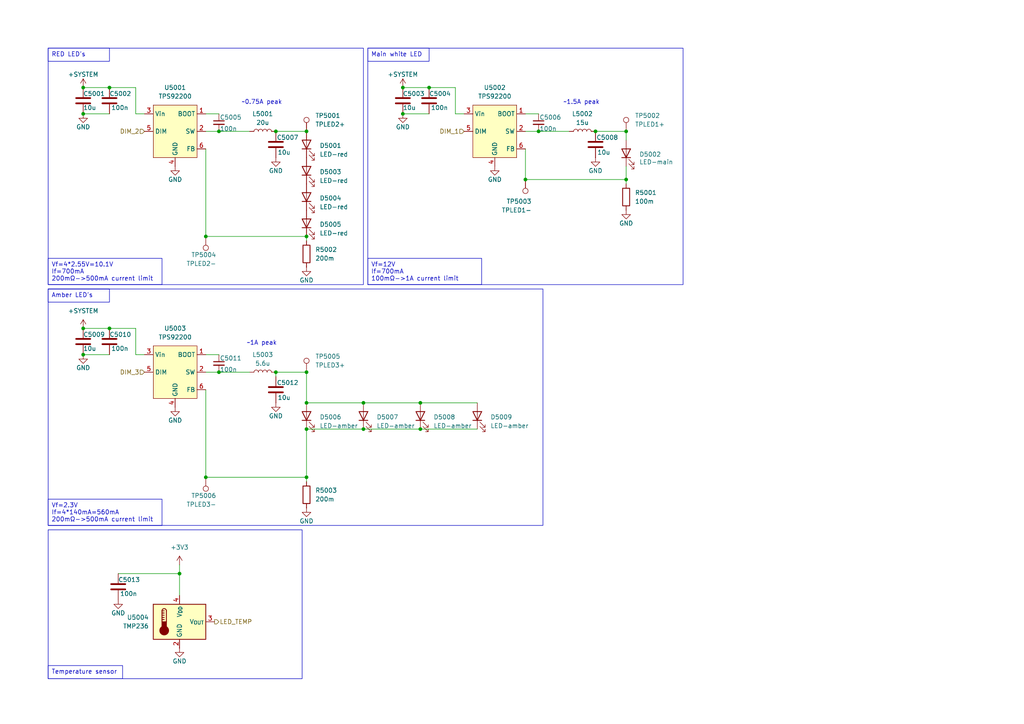
<source format=kicad_sch>
(kicad_sch (version 20231120) (generator "eeschema") (generator_version "8.0")
  (paper "A4")
  (title_block (title "LED's and drivers") (date "2024-03-06") (rev "A02") (company "Chalmers EENX16-VT24-27"))
  (lib_symbols
    (symbol "Connector:TestPoint" (pin_numbers hide) (pin_names (offset 0.762) hide)
      (property "Reference" "TP" (at 0 6.858 0))
      (property "Value" "TestPoint" (at 0 5.08 0))
      (symbol "TestPoint_0_1"
        (circle (center 0 3.302) (radius 0.762))
      )
      (symbol "TestPoint_1_1"
        (pin passive line (at 0 0 90) (length 2.54) (name "1") (number "1"))
      )
    )
    (symbol "Device:C" (pin_numbers hide) (pin_names (offset 0.254))
      (property "Reference" "C" (at 0.635 2.54 0))
      (property "Value" "C" (at 0.635 -2.54 0))
      (symbol "C_0_1"
        (polyline (pts (xy -2.032 -0.762) (xy 2.032 -0.762)) (stroke (width 0.508)))
        (polyline (pts (xy -2.032 0.762) (xy 2.032 0.762)) (stroke (width 0.508)))
      )
      (symbol "C_1_1"
        (pin passive line (at 0 3.81 270) (length 2.794) (name "~") (number "1"))
        (pin passive line (at 0 -3.81 90) (length 2.794) (name "~") (number "2"))
      )
    )
    (symbol "Device:C_Small" (pin_numbers hide) (pin_names (offset 0.254) hide)
      (property "Reference" "C" (at 0.254 1.778 0))
      (property "Value" "C_Small" (at 0.254 -2.032 0))
      (symbol "C_Small_0_1"
        (polyline (pts (xy -1.524 -0.508) (xy 1.524 -0.508)) (stroke (width 0.3302)))
        (polyline (pts (xy -1.524 0.508) (xy 1.524 0.508)) (stroke (width 0.3048)))
      )
      (symbol "C_Small_1_1"
        (pin passive line (at 0 2.54 270) (length 2.032) (name "~") (number "1"))
        (pin passive line (at 0 -2.54 90) (length 2.032) (name "~") (number "2"))
      )
    )
    (symbol "Device:L" (pin_numbers hide) (pin_names (offset 1.016) hide)
      (property "Reference" "L" (at -1.27 0 90))
      (property "Value" "L" (at 1.905 0 90))
      (symbol "L_0_1"
        (arc (start 0 -2.54) (mid 0.6323 -1.905) (end 0 -1.27))
        (arc (start 0 -1.27) (mid 0.6323 -0.635) (end 0 0))
        (arc (start 0 0) (mid 0.6323 0.635) (end 0 1.27))
        (arc (start 0 1.27) (mid 0.6323 1.905) (end 0 2.54))
      )
      (symbol "L_1_1"
        (pin passive line (at 0 3.81 270) (length 1.27) (name "1") (number "1"))
        (pin passive line (at 0 -3.81 90) (length 1.27) (name "2") (number "2"))
      )
    )
    (symbol "Device:LED" (pin_numbers hide) (pin_names (offset 1.016) hide)
      (property "Reference" "D" (at 0 2.54 0))
      (property "Value" "LED" (at 0 -2.54 0))
      (symbol "LED_0_1"
        (polyline (pts (xy -1.27 -1.27) (xy -1.27 1.27)) (stroke (width 0.254)))
        (polyline (pts (xy -1.27 0) (xy 1.27 0)))
        (polyline (pts (xy 1.27 -1.27) (xy 1.27 1.27) (xy -1.27 0) (xy 1.27 -1.27)) (stroke (width 0.254)))
        (polyline (pts (xy -3.048 -0.762) (xy -4.572 -2.286) (xy -3.81 -2.286) (xy -4.572 -2.286) (xy -4.572 -1.524)))
        (polyline (pts (xy -1.778 -0.762) (xy -3.302 -2.286) (xy -2.54 -2.286) (xy -3.302 -2.286) (xy -3.302 -1.524)))
      )
      (symbol "LED_1_1"
        (pin passive line (at -3.81 0 0) (length 2.54) (name "K") (number "1"))
        (pin passive line (at 3.81 0 180) (length 2.54) (name "A") (number "2"))
      )
    )
    (symbol "Device:R" (pin_numbers hide) (pin_names (offset 0))
      (property "Reference" "R" (at 2.032 0 90))
      (property "Value" "R" (at 0 0 90))
      (symbol "R_0_1"
        (rectangle (start -1.016 -2.54) (end 1.016 2.54) (stroke (width 0.254)))
      )
      (symbol "R_1_1"
        (pin passive line (at 0 3.81 270) (length 1.27) (name "~") (number "1"))
        (pin passive line (at 0 -3.81 90) (length 1.27) (name "~") (number "2"))
      )
    )
    (symbol "Sensor_Temperature:TMP20AIDCK"
      (property "Reference" "U" (at -6.35 6.35 0))
      (property "Value" "TMP20AIDCK" (at 1.27 6.35 0))
      (symbol "TMP20AIDCK_0_1"
        (rectangle (start -7.62 5.08) (end 7.62 -5.08) (stroke (width 0.254)) (fill (type background)))
        (circle (center -4.445 -2.54) (radius 1.27) (stroke (width 0.254)) (fill (type outline)))
        (rectangle (start -3.81 -1.905) (end -5.08 0) (stroke (width 0.254)) (fill (type outline)))
        (arc (start -3.81 3.175) (mid -4.445 3.8073) (end -5.08 3.175) (stroke (width 0.254)))
        (polyline (pts (xy -5.08 0.635) (xy -4.445 0.635)) (stroke (width 0.254)))
        (polyline (pts (xy -5.08 1.27) (xy -4.445 1.27)) (stroke (width 0.254)))
        (polyline (pts (xy -5.08 1.905) (xy -4.445 1.905)) (stroke (width 0.254)))
        (polyline (pts (xy -5.08 2.54) (xy -4.445 2.54)) (stroke (width 0.254)))
        (polyline (pts (xy -5.08 3.175) (xy -5.08 0)) (stroke (width 0.254)))
        (polyline (pts (xy -5.08 3.175) (xy -4.445 3.175)) (stroke (width 0.254)))
        (polyline (pts (xy -3.81 3.175) (xy -3.81 0)) (stroke (width 0.254)))
      )
      (symbol "TMP20AIDCK_1_1"
        (pin no_connect line (at 10.16 -2.54 180) (length 2.54) hide (name "NC") (number "1"))
        (pin power_in line (at 0 -7.62 90) (length 2.54) (name "GND") (number "2"))
        (pin output line (at 10.16 0 180) (length 2.54) (name "V_{OUT}") (number "3"))
        (pin power_in line (at 0 7.62 270) (length 2.54) (name "V_{DD}") (number "4"))
        (pin passive line (at 0 -7.62 90) (length 2.54) hide (name "GND") (number "5"))
      )
    )
    (symbol "power:+3V3" (power) (pin_names (offset 0))
      (property "Value" "+3V3" (at 0 3.556 0))
      (symbol "+3V3_0_1"
        (polyline (pts (xy -0.762 1.27) (xy 0 2.54)))
        (polyline (pts (xy 0 0) (xy 0 2.54)))
        (polyline (pts (xy 0 2.54) (xy 0.762 1.27)))
      )
      (symbol "+3V3_1_1"
        (pin power_in line (at 0 0 90) (length 0) hide (name "+3V3") (number "1"))
      )
    )
    (symbol "power:+BATT" (power) (pin_numbers hide) (pin_names (offset 0) hide)
      (property "Value" "+BATT" (at 0 3.556 0))
      (symbol "+BATT_0_1"
        (polyline (pts (xy -0.762 1.27) (xy 0 2.54)))
        (polyline (pts (xy 0 0) (xy 0 2.54)))
        (polyline (pts (xy 0 2.54) (xy 0.762 1.27)))
      )
      (symbol "+BATT_1_1"
        (pin power_in line (at 0 0 90) (length 0) (name "~") (number "1"))
      )
    )
    (symbol "power:GND" (power) (pin_numbers hide) (pin_names (offset 0) hide)
      (property "Value" "GND" (at 0 -3.81 0))
      (symbol "GND_0_1"
        (polyline (pts (xy 0 0) (xy 0 -1.27) (xy 1.27 -1.27) (xy 0 -2.54) (xy -1.27 -1.27) (xy 0 -1.27)))
      )
      (symbol "GND_1_1"
        (pin power_in line (at 0 0 270) (length 0) (name "~") (number "1"))
      )
    )
    (symbol "symbols:TPS92200"
      (property "Reference" "U" (at -2.54 10.668 0))
      (property "Value" "TPS92200" (at 1.524 8.636 0))
      (symbol "TPS92200_0_0"
        (pin unspecified line (at 8.89 5.08 180) (length 2.54) (name "BOOT") (number "1"))
        (pin unspecified line (at 8.89 0 180) (length 2.54) (name "SW") (number "2"))
        (pin unspecified line (at -8.89 5.08 0) (length 2.54) (name "Vin") (number "3"))
        (pin unspecified line (at 0 -10.16 90) (length 2.54) (name "GND") (number "4"))
        (pin unspecified line (at -8.89 0 0) (length 2.54) (name "DIM") (number "5"))
        (pin unspecified line (at 8.89 -5.08 180) (length 2.54) (name "FB") (number "6"))
      )
      (symbol "TPS92200_0_1"
        (rectangle (start -6.35 7.62) (end 6.35 -7.62) (fill (type background)))
      )
    )
  )
  (junction (at 88.9 68.58))
  (junction (at 88.9 138.43))
  (junction (at 181.61 38.1))
  (junction (at 172.72 38.1))
  (junction (at 31.75 25.4))
  (junction (at 31.75 95.25))
  (junction (at 181.61 52.07))
  (junction (at 80.01 107.95))
  (junction (at 59.69 68.58))
  (junction (at 156.21 38.1))
  (junction (at 88.9 124.46))
  (junction (at 105.41 116.84))
  (junction (at 88.9 116.84))
  (junction (at 124.46 25.4))
  (junction (at 116.84 33.02))
  (junction (at 80.01 38.1))
  (junction (at 24.13 95.25))
  (junction (at 24.13 25.4))
  (junction (at 121.92 116.84))
  (junction (at 52.07 166.37))
  (junction (at 105.41 124.46))
  (junction (at 116.84 25.4))
  (junction (at 59.69 138.43))
  (junction (at 63.5 107.95))
  (junction (at 24.13 33.02))
  (junction (at 88.9 38.1))
  (junction (at 63.5 38.1))
  (junction (at 88.9 107.95))
  (junction (at 121.92 124.46))
  (junction (at 152.4 52.07))
  (junction (at 24.13 102.87))
  (wire (pts (xy 59.69 102.87) (xy 63.5 102.87)))
  (wire (pts (xy 24.13 95.25) (xy 31.75 95.25)))
  (wire (pts (xy 39.37 25.4) (xy 39.37 33.02)))
  (wire (pts (xy 181.61 48.26) (xy 181.61 52.07)))
  (wire (pts (xy 39.37 33.02) (xy 41.91 33.02)))
  (wire (pts (xy 63.5 38.1) (xy 72.39 38.1)))
  (wire (pts (xy 59.69 138.43) (xy 59.69 113.03)))
  (wire (pts (xy 152.4 38.1) (xy 156.21 38.1)))
  (wire (pts (xy 88.9 68.58) (xy 88.9 69.85)))
  (wire (pts (xy 88.9 138.43) (xy 88.9 139.7)))
  (wire (pts (xy 52.07 166.37) (xy 52.07 172.72)))
  (wire (pts (xy 39.37 95.25) (xy 39.37 102.87)))
  (wire (pts (xy 116.84 33.02) (xy 124.46 33.02)))
  (wire (pts (xy 59.69 68.58) (xy 59.69 43.18)))
  (wire (pts (xy 88.9 138.43) (xy 59.69 138.43)))
  (wire (pts (xy 172.72 38.1) (xy 181.61 38.1)))
  (wire (pts (xy 59.69 33.02) (xy 63.5 33.02)))
  (wire (pts (xy 39.37 102.87) (xy 41.91 102.87)))
  (wire (pts (xy 63.5 107.95) (xy 72.39 107.95)))
  (wire (pts (xy 24.13 33.02) (xy 31.75 33.02)))
  (wire (pts (xy 152.4 52.07) (xy 152.4 43.18)))
  (wire (pts (xy 52.07 163.83) (xy 52.07 166.37)))
  (wire (pts (xy 24.13 25.4) (xy 31.75 25.4)))
  (wire (pts (xy 132.08 25.4) (xy 132.08 33.02)))
  (wire (pts (xy 88.9 107.95) (xy 88.9 116.84)))
  (wire (pts (xy 124.46 25.4) (xy 132.08 25.4)))
  (wire (pts (xy 88.9 68.58) (xy 59.69 68.58)))
  (wire (pts (xy 24.13 102.87) (xy 31.75 102.87)))
  (wire (pts (xy 88.9 124.46) (xy 105.41 124.46)))
  (wire (pts (xy 116.84 25.4) (xy 124.46 25.4)))
  (wire (pts (xy 121.92 116.84) (xy 138.43 116.84)))
  (wire (pts (xy 80.01 38.1) (xy 88.9 38.1)))
  (wire (pts (xy 59.69 107.95) (xy 63.5 107.95)))
  (wire (pts (xy 105.41 124.46) (xy 121.92 124.46)))
  (wire (pts (xy 52.07 166.37) (xy 34.29 166.37)))
  (wire (pts (xy 181.61 40.64) (xy 181.61 38.1)))
  (wire (pts (xy 181.61 52.07) (xy 181.61 53.34)))
  (wire (pts (xy 88.9 138.43) (xy 88.9 124.46)))
  (wire (pts (xy 31.75 25.4) (xy 39.37 25.4)))
  (wire (pts (xy 31.75 95.25) (xy 39.37 95.25)))
  (wire (pts (xy 59.69 38.1) (xy 63.5 38.1)))
  (wire (pts (xy 181.61 52.07) (xy 152.4 52.07)))
  (wire (pts (xy 105.41 116.84) (xy 121.92 116.84)))
  (wire (pts (xy 80.01 107.95) (xy 88.9 107.95)))
  (wire (pts (xy 121.92 124.46) (xy 138.43 124.46)))
  (wire (pts (xy 80.01 109.22) (xy 80.01 107.95)))
  (wire (pts (xy 132.08 33.02) (xy 134.62 33.02)))
  (wire (pts (xy 152.4 33.02) (xy 156.21 33.02)))
  (wire (pts (xy 88.9 116.84) (xy 105.41 116.84)))
  (wire (pts (xy 156.21 38.1) (xy 165.1 38.1)))
  (rectangle (start 13.97 153.67) (end 87.63 196.85))
  (rectangle (start 13.97 83.82) (end 157.48 152.4))
  (rectangle (start 13.97 13.97) (end 105.41 82.55))
  (rectangle (start 106.68 13.97) (end 198.12 82.55))
  (text_box "Amber LED's" (at 13.97 83.82 0) (size 17.78 3.81) (effects (font (size 1.27 1.27)) (justify left top)))
  (text_box "RED LED's" (at 13.97 13.97 0) (size 17.78 3.81) (effects (font (size 1.27 1.27)) (justify left top)))
  (text_box "Main white LED" (at 106.68 13.97 0) (size 17.78 3.81) (effects (font (size 1.27 1.27)) (justify left top)))
  (text_box "Vf=4*2.55V=10.1V\nIf=700mA\n200mΩ->500mA current limit" (at 13.97 74.93 0) (size 33.02 7.62) (effects (font (size 1.27 1.27)) (justify left top)))
  (text_box "Vf=2.3V\nIf=4*140mA=560mA\n200mΩ->500mA current limit" (at 13.97 144.78 0) (size 33.02 7.62) (effects (font (size 1.27 1.27)) (justify left top)))
  (text_box "Temperature sensor" (at 13.97 193.04 0) (size 21.59 3.81) (effects (font (size 1.27 1.27)) (justify left top)))
  (text_box "Vf=12V\nIf=700mA\n100mΩ->1A current limit" (at 106.68 74.93 0) (size 33.02 7.62) (effects (font (size 1.27 1.27)) (justify left top)))
  (text "~0.75A peak\n" (at 75.946 29.718 0) (effects (font (size 1.27 1.27))))
  (text "~1.5A peak\n" (at 168.656 29.718 0) (effects (font (size 1.27 1.27))))
  (text "~1A peak\n" (at 75.946 99.568 0) (effects (font (size 1.27 1.27))))
  (hierarchical_label "DIM_1" (shape input) (at 134.62 38.1 180))
  (hierarchical_label "DIM_2" (shape input) (at 41.91 38.1 180))
  (hierarchical_label "LED_TEMP" (shape output) (at 62.23 180.34 0))
  (hierarchical_label "DIM_3" (shape input) (at 41.91 107.95 180))
  (symbol (lib_id "power:GND") (at 181.61 60.96 0) (unit 1)
    (property "Reference" "#PWR05009" (effects (hide yes)))
    (property "Value" "GND" (at 181.61 64.77 0))
    (property "Description" "Power symbol creates a global label with name \"GND\" , ground" (effects (hide yes)))
    (property "Footprint checked" "X" (effects (hide yes)))
  )
  (symbol (lib_id "power:GND") (at 88.9 147.32 0) (unit 1)
    (property "Reference" "#PWR05015" (effects (hide yes)))
    (property "Value" "GND" (at 88.9 151.13 0))
    (property "Description" "Power symbol creates a global label with name \"GND\" , ground" (effects (hide yes)))
    (property "Footprint checked" "X" (effects (hide yes)))
  )
  (symbol (lib_id "power:+BATT") (at 24.13 25.4 0) (unit 1)
    (property "Reference" "#PWR05001" (effects (hide yes)))
    (property "Value" "+SYSTEM" (at 24.13 21.59 0))
    (property "Description" "Power symbol creates a global label with name \"+BATT\"" (effects (hide yes)))
    (property "Footprint checked" "X" (effects (hide yes)))
  )
  (symbol (lib_id "power:GND") (at 34.29 173.99 0) (unit 1)
    (property "Reference" "#PWR05017" (effects (hide yes)))
    (property "Value" "GND" (at 34.29 177.8 0))
    (property "Description" "Power symbol creates a global label with name \"GND\" , ground" (effects (hide yes)))
    (property "Footprint checked" "X" (effects (hide yes)))
  )
  (symbol (lib_id "Device:C") (at 31.75 99.06 0) (unit 1)
    (property "Reference" "C5010" (at 31.75 97.028 0) (effects (justify left)))
    (property "Value" "100n" (at 32.258 101.092 0) (effects (justify left)))
    (property "Footprint" "Capacitor_SMD:C_0402_1005Metric" (effects (hide yes)))
    (property "Datasheet" "https://www.mouser.se/datasheet/2/281/1/GCM155R71H104KE02_01A-3142168.pdf" (effects (hide yes)))
    (property "Description" "Unpolarized capacitor" (effects (hide yes)))
    (property "REASON" " GCM155R71H104KE02D is out of stock at RS" (effects (hide yes)))
    (property "mouser" "81-GCM155R71H104KE2D" (effects (hide yes)))
    (property "Footprint checked" "YES" (effects (hide yes)))
  )
  (symbol (lib_id "power:GND") (at 24.13 102.87 0) (unit 1)
    (property "Reference" "#PWR05012" (effects (hide yes)))
    (property "Value" "GND" (at 24.13 106.68 0))
    (property "Description" "Power symbol creates a global label with name \"GND\" , ground" (effects (hide yes)))
    (property "Footprint checked" "X" (effects (hide yes)))
  )
  (symbol (lib_id "Device:LED") (at 88.9 64.77 90) (unit 1)
    (property "Reference" "D5005" (at 92.71 65.0874 90) (effects (justify right)))
    (property "Value" "LED-red" (at 92.71 67.6274 90) (effects (justify right)))
    (property "Footprint" "footprints:KR DMLQ32. 23" (effects (hide yes)))
    (property "Datasheet" "https://look.ams-osram.com/m/ab05ea6e3316715/original/KR-DMLQ32-23-specified-700mA.pdf" (effects (hide yes)))
    (property "Description" "Light emitting diode" (effects (hide yes)))
    (property "MPN" "https://www.mouser.se/ProductDetail/ams-OSRAM/KR-DMLQ32.23-6K6M-26-M3W3?qs=17ckDYBRdel7QO45NNgPaw%3D%3D" (effects (hide yes)))
    (property "Footprint checked" "CHECKPOLARITY" (effects (hide yes)))
    (property "mouser" "720-KRDMLQ32236K6M26" (effects (hide yes)))
  )
  (symbol (lib_id "Device:C") (at 34.29 170.18 0) (unit 1)
    (property "Reference" "C5013" (at 34.29 168.148 0) (effects (justify left)))
    (property "Value" "100n" (at 34.798 172.212 0) (effects (justify left)))
    (property "Footprint" "Capacitor_SMD:C_0402_1005Metric" (effects (hide yes)))
    (property "Datasheet" "https://www.mouser.se/datasheet/2/281/1/GCM155R71H104KE02_01A-3142168.pdf" (effects (hide yes)))
    (property "Description" "Unpolarized capacitor" (effects (hide yes)))
    (property "REASON" " GCM155R71H104KE02D is out of stock at RS" (effects (hide yes)))
    (property "mouser" "81-GCM155R71H104KE2D" (effects (hide yes)))
    (property "Footprint checked" "YES" (effects (hide yes)))
  )
  (symbol (lib_id "Device:LED") (at 105.41 120.65 90) (unit 1)
    (property "Reference" "D5007" (at 109.22 120.9674 90) (effects (justify right)))
    (property "Value" "LED-amber" (at 109.22 123.5074 90) (effects (justify right)))
    (property "Footprint" "LED_SMD:LED_PLCC_2835" (effects (hide yes)))
    (property "Datasheet" "https://www.mouser.se/datasheet/2/723/JSeries_2835_Color-3359504.pdf" (effects (hide yes)))
    (property "Description" "Light emitting diode" (effects (hide yes)))
    (property "MPN" " JE2835AAM-N-0001A0000-N0000001" (effects (hide yes)))
    (property "Footprint checked" "YES" (effects (hide yes)))
    (property "mouser" "941-JE2835AAMN01AN" (effects (hide yes)))
  )
  (symbol (lib_id "power:GND") (at 80.01 116.84 0) (unit 1)
    (property "Reference" "#PWR05013" (effects (hide yes)))
    (property "Value" "GND" (at 80.01 120.65 0))
    (property "Description" "Power symbol creates a global label with name \"GND\" , ground" (effects (hide yes)))
    (property "Footprint checked" "X" (effects (hide yes)))
  )
  (symbol (lib_id "Device:L") (at 76.2 107.95 90) (unit 1)
    (property "Reference" "L5003" (at 76.2 102.87 90))
    (property "Value" "5.6u" (at 76.2 105.41 90))
    (property "Footprint" "Inductor_SMD:L_Changjiang_FNR5045S" (effects (hide yes)))
    (property "Datasheet" "https://product.tdk.com/system/files/dam/doc/product/inductor/inductor/smd/catalog/inductor_commercial_power_vls5045ex_en.pdf" (effects (hide yes)))
    (property "Description" "Inductor" (effects (hide yes)))
    (property "mouser" "810-VLS5045EX-101M" (effects (hide yes)))
    (property "Footprint checked" "YES" (effects (hide yes)))
  )
  (symbol (lib_id "power:GND") (at 50.8 48.26 0) (unit 1)
    (property "Reference" "#PWR05007" (effects (hide yes)))
    (property "Value" "GND" (at 50.8 52.07 0))
    (property "Description" "Power symbol creates a global label with name \"GND\" , ground" (effects (hide yes)))
    (property "Footprint checked" "X" (effects (hide yes)))
  )
  (symbol (lib_id "Device:R") (at 88.9 73.66 0) (unit 1)
    (property "Reference" "R5002" (at 91.44 72.3899 0) (effects (justify left)))
    (property "Value" "200m" (at 91.44 74.9299 0) (effects (justify left)))
    (property "Footprint" "Resistor_SMD:R_1206_3216Metric" (effects (hide yes)))
    (property "Datasheet" "https://www.vishay.com/doc?20019" (effects (hide yes)))
    (property "Description" "Resistor" (effects (hide yes)))
    (property "mouser" "71-RCWE1206R200FKEA" (effects (hide yes)))
    (property "Footprint checked" "YES" (effects (hide yes)))
  )
  (symbol (lib_id "Device:LED") (at 121.92 120.65 90) (unit 1)
    (property "Reference" "D5008" (at 125.73 120.9674 90) (effects (justify right)))
    (property "Value" "LED-amber" (at 125.73 123.5074 90) (effects (justify right)))
    (property "Footprint" "LED_SMD:LED_PLCC_2835" (effects (hide yes)))
    (property "Datasheet" "https://www.mouser.se/datasheet/2/723/JSeries_2835_Color-3359504.pdf" (effects (hide yes)))
    (property "Description" "Light emitting diode" (effects (hide yes)))
    (property "MPN" " JE2835AAM-N-0001A0000-N0000001" (effects (hide yes)))
    (property "Footprint checked" "YES" (effects (hide yes)))
    (property "mouser" "941-JE2835AAMN01AN" (effects (hide yes)))
  )
  (symbol (lib_id "Device:LED") (at 88.9 41.91 90) (unit 1)
    (property "Reference" "D5001" (at 92.71 42.2274 90) (effects (justify right)))
    (property "Value" "LED-red" (at 92.71 44.7674 90) (effects (justify right)))
    (property "Footprint" "footprints:KR DMLQ32. 23" (effects (hide yes)))
    (property "Datasheet" "https://look.ams-osram.com/m/ab05ea6e3316715/original/KR-DMLQ32-23-specified-700mA.pdf" (effects (hide yes)))
    (property "Description" "Light emitting diode" (effects (hide yes)))
    (property "MPN" "KR DMLQ32.23-6K6M-26-M3W3" (effects (hide yes)))
    (property "Footprint checked" "CHECKPOLARITY" (effects (hide yes)))
    (property "mouser" "720-KRDMLQ32236K6M26" (effects (hide yes)))
  )
  (symbol (lib_id "Sensor_Temperature:TMP20AIDCK") (at 52.07 180.34 0) (unit 1)
    (property "Reference" "U5004" (at 43.18 179.0699 0) (effects (justify right)))
    (property "Value" "TMP236" (at 43.18 181.6099 0) (effects (justify right)))
    (property "Footprint" "Package_TO_SOT_SMD:SOT-353_SC-70-5" (effects (hide yes)))
    (property "Datasheet" "https://www.ti.com/lit/ds/symlink/tmp236.pdf" (effects (hide yes)))
    (property "REASON" "TMP236A2DCKR is not sold at RS or elfa" (effects (hide yes)))
    (property "mouser" "595-TMP236A2DCKR" (effects (hide yes)))
    (property "Footprint checked" "YES" (effects (hide yes)))
  )
  (symbol (lib_id "symbols:TPS92200") (at 50.8 107.95 0) (unit 1)
    (property "Reference" "U5003" (at 50.8 95.25 0))
    (property "Value" "TPS92200" (at 50.8 97.79 0))
    (property "Footprint" "footprints:VQFN-HR-6pin-TexasInstruments" (effects (hide yes)))
    (property "Datasheet" "https://www.ti.com/lit/ds/symlink/tps92200.pdf" (effects (hide yes)))
    (property "REASON" "TPS92200D1RXLR is not sold at RS or elfa" (effects (hide yes)))
    (property "mouser" "595-TPS92200D1RXLR" (effects (hide yes)))
    (property "Footprint checked" "YES" (effects (hide yes)))
  )
  (symbol (lib_id "Device:LED") (at 88.9 57.15 90) (unit 1)
    (property "Reference" "D5004" (at 92.71 57.4674 90) (effects (justify right)))
    (property "Value" "LED-red" (at 92.71 60.0074 90) (effects (justify right)))
    (property "Footprint" "footprints:KR DMLQ32. 23" (effects (hide yes)))
    (property "Datasheet" "https://look.ams-osram.com/m/ab05ea6e3316715/original/KR-DMLQ32-23-specified-700mA.pdf" (effects (hide yes)))
    (property "Description" "Light emitting diode" (effects (hide yes)))
    (property "MPN" "https://www.mouser.se/ProductDetail/ams-OSRAM/KR-DMLQ32.23-6K6M-26-M3W3?qs=17ckDYBRdel7QO45NNgPaw%3D%3D" (effects (hide yes)))
    (property "Footprint checked" "CHECKPOLARITY" (effects (hide yes)))
    (property "mouser" "720-KRDMLQ32236K6M26" (effects (hide yes)))
  )
  (symbol (lib_id "Device:LED") (at 88.9 120.65 90) (unit 1)
    (property "Reference" "D5006" (at 92.71 120.9674 90) (effects (justify right)))
    (property "Value" "LED-amber" (at 92.71 123.5074 90) (effects (justify right)))
    (property "Footprint" "LED_SMD:LED_PLCC_2835" (effects (hide yes)))
    (property "Datasheet" "https://www.mouser.se/datasheet/2/723/JSeries_2835_Color-3359504.pdf" (effects (hide yes)))
    (property "Description" "Light emitting diode" (effects (hide yes)))
    (property "MPN" " JE2835AAM-N-0001A0000-N0000001" (effects (hide yes)))
    (property "Footprint checked" "YES" (effects (hide yes)))
    (property "mouser" "941-JE2835AAMN01AN" (effects (hide yes)))
  )
  (symbol (lib_id "power:GND") (at 88.9 77.47 0) (unit 1)
    (property "Reference" "#PWR05010" (effects (hide yes)))
    (property "Value" "GND" (at 88.9 81.28 0))
    (property "Description" "Power symbol creates a global label with name \"GND\" , ground" (effects (hide yes)))
    (property "Footprint checked" "X" (effects (hide yes)))
  )
  (symbol (lib_id "Device:C") (at 80.01 113.03 0) (unit 1)
    (property "Reference" "C5012" (at 80.264 110.998 0) (effects (justify left)))
    (property "Value" "10u" (at 80.518 115.316 0) (effects (justify left)))
    (property "Footprint" "Capacitor_SMD:C_1206_3216Metric" (effects (hide yes)))
    (property "Datasheet" "https://www.mouser.se/datasheet/2/40/cx5r_KGM-3223198.pdf" (effects (hide yes)))
    (property "Description" "Unpolarized capacitor" (effects (hide yes)))
    (property "mouser" "581-1206DD106MAT2A" (effects (hide yes)))
    (property "Footprint checked" "YES" (effects (hide yes)))
  )
  (symbol (lib_id "Device:R") (at 181.61 57.15 0) (unit 1)
    (property "Reference" "R5001" (at 184.15 55.8799 0) (effects (justify left)))
    (property "Value" "100m" (at 184.15 58.4199 0) (effects (justify left)))
    (property "Footprint" "Resistor_SMD:R_0805_2012Metric" (effects (hide yes)))
    (property "Datasheet" "https://www.vishay.com/doc?20019" (effects (hide yes)))
    (property "Description" "Resistor" (effects (hide yes)))
    (property "mouser" "71-RCWE0805R100FKEA" (effects (hide yes)))
    (property "Footprint checked" "YES" (effects (hide yes)))
  )
  (symbol (lib_id "Connector:TestPoint") (at 88.9 107.95 0) (unit 1)
    (property "Reference" "TP5005" (at 91.44 103.3779 0) (effects (justify left)))
    (property "Value" "TPLED3+" (at 91.44 105.9179 0) (effects (justify left)))
    (property "Footprint" "TestPoint:TestPoint_Pad_D2.0mm" (effects (hide yes)))
    (property "Datasheet" "X" (effects (hide yes)))
    (property "Description" "test point" (effects (hide yes)))
    (property "Footprint checked" "YES" (effects (hide yes)))
  )
  (symbol (lib_id "power:+BATT") (at 116.84 25.4 0) (unit 1)
    (property "Reference" "#PWR05002" (effects (hide yes)))
    (property "Value" "+SYSTEM" (at 116.84 21.59 0))
    (property "Description" "Power symbol creates a global label with name \"+BATT\"" (effects (hide yes)))
    (property "Footprint checked" "X" (effects (hide yes)))
  )
  (symbol (lib_id "Device:C") (at 24.13 29.21 0) (unit 1)
    (property "Reference" "C5001" (at 24.13 27.178 0) (effects (justify left)))
    (property "Value" "10u" (at 24.13 31.242 0) (effects (justify left)))
    (property "Footprint" "Capacitor_SMD:C_1206_3216Metric" (effects (hide yes)))
    (property "Datasheet" "https://www.mouser.se/datasheet/2/40/cx5r_KGM-3223198.pdf" (effects (hide yes)))
    (property "Description" "Unpolarized capacitor" (effects (hide yes)))
    (property "mouser" "581-1206DD106MAT2A" (effects (hide yes)))
    (property "Footprint checked" "YES" (effects (hide yes)))
  )
  (symbol (lib_id "Device:C") (at 24.13 99.06 0) (unit 1)
    (property "Reference" "C5009" (at 24.13 97.028 0) (effects (justify left)))
    (property "Value" "10u" (at 24.13 101.092 0) (effects (justify left)))
    (property "Footprint" "Capacitor_SMD:C_1206_3216Metric" (effects (hide yes)))
    (property "Datasheet" "https://www.mouser.se/datasheet/2/40/cx5r_KGM-3223198.pdf" (effects (hide yes)))
    (property "Description" "Unpolarized capacitor" (effects (hide yes)))
    (property "mouser" "581-1206DD106MAT2A" (effects (hide yes)))
    (property "Footprint checked" "YES" (effects (hide yes)))
  )
  (symbol (lib_id "Device:L") (at 76.2 38.1 90) (unit 1)
    (property "Reference" "L5001" (at 76.2 33.02 90))
    (property "Value" "20u" (at 76.2 35.56 90))
    (property "Footprint" "Inductor_SMD:L_Changjiang_FNR5045S" (effects (hide yes)))
    (property "Datasheet" "https://product.tdk.com/system/files/dam/doc/product/inductor/inductor/smd/catalog/inductor_commercial_power_vls5045ex_en.pdf?ref_disty=mouser" (effects (hide yes)))
    (property "Description" "Inductor" (effects (hide yes)))
    (property "Footprint checked" "YES" (effects (hide yes)))
    (property "mouser" "810-VLS5045EX-220M " (effects (hide yes)))
  )
  (symbol (lib_id "power:GND") (at 24.13 33.02 0) (unit 1)
    (property "Reference" "#PWR05003" (effects (hide yes)))
    (property "Value" "GND" (at 24.13 36.83 0))
    (property "Description" "Power symbol creates a global label with name \"GND\" , ground" (effects (hide yes)))
    (property "Footprint checked" "X" (effects (hide yes)))
  )
  (symbol (lib_id "Device:C") (at 80.01 41.91 0) (unit 1)
    (property "Reference" "C5007" (at 80.264 39.878 0) (effects (justify left)))
    (property "Value" "10u" (at 80.518 44.196 0) (effects (justify left)))
    (property "Footprint" "Capacitor_SMD:C_1206_3216Metric" (effects (hide yes)))
    (property "Datasheet" "https://www.mouser.se/datasheet/2/40/cx5r_KGM-3223198.pdf" (effects (hide yes)))
    (property "Description" "Unpolarized capacitor" (effects (hide yes)))
    (property "mouser" "581-1206DD106MAT2A" (effects (hide yes)))
    (property "Footprint checked" "YES" (effects (hide yes)))
  )
  (symbol (lib_id "power:GND") (at 50.8 118.11 0) (unit 1)
    (property "Reference" "#PWR05014" (effects (hide yes)))
    (property "Value" "GND" (at 50.8 121.92 0))
    (property "Description" "Power symbol creates a global label with name \"GND\" , ground" (effects (hide yes)))
    (property "Footprint checked" "X" (effects (hide yes)))
  )
  (symbol (lib_id "power:+BATT") (at 24.13 95.25 0) (unit 1)
    (property "Reference" "#PWR05011" (effects (hide yes)))
    (property "Value" "+SYSTEM" (at 24.13 90.17 0))
    (property "Description" "Power symbol creates a global label with name \"+BATT\"" (effects (hide yes)))
    (property "Footprint checked" "X" (effects (hide yes)))
  )
  (symbol (lib_id "symbols:TPS92200") (at 143.51 38.1 0) (unit 1)
    (property "Reference" "U5002" (at 143.51 25.4 0))
    (property "Value" "TPS92200" (at 143.51 27.94 0))
    (property "Footprint" "footprints:VQFN-HR-6pin-TexasInstruments" (effects (hide yes)))
    (property "Datasheet" "https://www.ti.com/lit/ds/symlink/tps92200.pdf" (effects (hide yes)))
    (property "REASON" "TPS92200D1RXLR is not sold at RS or elfa" (effects (hide yes)))
    (property "mouser" "595-TPS92200D1RXLR" (effects (hide yes)))
    (property "Footprint checked" "YES" (effects (hide yes)))
  )
  (symbol (lib_id "power:GND") (at 80.01 45.72 0) (unit 1)
    (property "Reference" "#PWR05005" (effects (hide yes)))
    (property "Value" "GND" (at 80.01 49.53 0))
    (property "Description" "Power symbol creates a global label with name \"GND\" , ground" (effects (hide yes)))
    (property "Footprint checked" "X" (effects (hide yes)))
  )
  (symbol (lib_id "Connector:TestPoint") (at 59.69 68.58 180) (unit 1)
    (property "Reference" "TP5004" (at 62.738 73.914 0) (effects (justify left)))
    (property "Value" "TPLED2-" (at 62.738 76.454 0) (effects (justify left)))
    (property "Footprint" "TestPoint:TestPoint_Pad_D2.0mm" (effects (hide yes)))
    (property "Datasheet" "X" (effects (hide yes)))
    (property "Description" "test point" (effects (hide yes)))
    (property "Footprint checked" "YES" (effects (hide yes)))
  )
  (symbol (lib_id "Connector:TestPoint") (at 181.61 38.1 0) (unit 1)
    (property "Reference" "TP5002" (at 184.15 33.5279 0) (effects (justify left)))
    (property "Value" "TPLED1+" (at 184.15 36.0679 0) (effects (justify left)))
    (property "Footprint" "TestPoint:TestPoint_Pad_D2.0mm" (effects (hide yes)))
    (property "Datasheet" "X" (effects (hide yes)))
    (property "Description" "test point" (effects (hide yes)))
    (property "Footprint checked" "YES" (effects (hide yes)))
  )
  (symbol (lib_id "Device:C") (at 31.75 29.21 0) (unit 1)
    (property "Reference" "C5002" (at 31.75 27.178 0) (effects (justify left)))
    (property "Value" "100n" (at 32.258 31.242 0) (effects (justify left)))
    (property "Footprint" "Capacitor_SMD:C_0402_1005Metric" (effects (hide yes)))
    (property "Datasheet" "https://www.mouser.se/datasheet/2/281/1/GCM155R71H104KE02_01A-3142168.pdf" (effects (hide yes)))
    (property "Description" "Unpolarized capacitor" (effects (hide yes)))
    (property "REASON" " GCM155R71H104KE02D is out of stock at RS" (effects (hide yes)))
    (property "mouser" "81-GCM155R71H104KE2D" (effects (hide yes)))
    (property "Footprint checked" "YES" (effects (hide yes)))
  )
  (symbol (lib_id "Connector:TestPoint") (at 152.4 52.07 180) (unit 1)
    (property "Reference" "TP5003" (at 154.178 58.42 0) (effects (justify left)))
    (property "Value" "TPLED1-" (at 154.178 60.96 0) (effects (justify left)))
    (property "Footprint" "TestPoint:TestPoint_Pad_D2.0mm" (effects (hide yes)))
    (property "Datasheet" "X" (effects (hide yes)))
    (property "Description" "test point" (effects (hide yes)))
    (property "Footprint checked" "YES" (effects (hide yes)))
  )
  (symbol (lib_id "Device:C_Small") (at 63.5 105.41 0) (unit 1)
    (property "Reference" "C5011" (at 63.754 103.886 0) (effects (justify left)))
    (property "Value" "100n" (at 63.754 107.188 0) (effects (justify left)))
    (property "Footprint" "Capacitor_SMD:C_0402_1005Metric" (effects (hide yes)))
    (property "Datasheet" "https://www.mouser.se/datasheet/2/281/1/GCM155R71H104KE02_01A-3142168.pdf" (effects (hide yes)))
    (property "Description" "Unpolarized capacitor, small symbol" (effects (hide yes)))
    (property "REASON" " GCM155R71H104KE02D is out of stock at RS" (effects (hide yes)))
    (property "mouser" "81-GCM155R71H104KE2D" (effects (hide yes)))
    (property "Footprint checked" "YES" (effects (hide yes)))
  )
  (symbol (lib_id "power:GND") (at 172.72 45.72 0) (unit 1)
    (property "Reference" "#PWR05006" (effects (hide yes)))
    (property "Value" "GND" (at 172.72 49.53 0))
    (property "Description" "Power symbol creates a global label with name \"GND\" , ground" (effects (hide yes)))
    (property "Footprint checked" "X" (effects (hide yes)))
  )
  (symbol (lib_id "Device:LED") (at 181.61 44.45 90) (unit 1)
    (property "Reference" "D5002" (at 185.42 44.7674 90) (effects (justify right)))
    (property "Value" "LED-main" (at 185.42 46.99 90) (effects (justify right)))
    (property "Footprint" "footprints:LUXEON 7070" (effects (hide yes)))
    (property "Datasheet" "https://lumileds.com/wp-content/uploads/2021/08/DS164-luxeon-7070-datasheet.pdf" (effects (hide yes)))
    (property "Description" "Light emitting diode" (effects (hide yes)))
    (property "MPN" " L170-3070701200000 " (effects (hide yes)))
    (property "Footprint checked" "CHECKPOLARITY" (effects (hide yes)))
    (property "mouser" "997-L1703070701200" (effects (hide yes)))
  )
  (symbol (lib_id "Device:C_Small") (at 63.5 35.56 0) (unit 1)
    (property "Reference" "C5005" (at 63.754 34.036 0) (effects (justify left)))
    (property "Value" "100n" (at 63.754 37.338 0) (effects (justify left)))
    (property "Footprint" "Capacitor_SMD:C_0402_1005Metric" (effects (hide yes)))
    (property "Datasheet" "https://www.mouser.se/datasheet/2/281/1/GCM155R71H104KE02_01A-3142168.pdf" (effects (hide yes)))
    (property "Description" "Unpolarized capacitor, small symbol" (effects (hide yes)))
    (property "REASON" " GCM155R71H104KE02D is out of stock at RS" (effects (hide yes)))
    (property "mouser" "81-GCM155R71H104KE2D" (effects (hide yes)))
    (property "Footprint checked" "YES" (effects (hide yes)))
  )
  (symbol (lib_id "Device:L") (at 168.91 38.1 90) (unit 1)
    (property "Reference" "L5002" (at 168.91 33.02 90))
    (property "Value" "15u" (at 168.91 35.56 90))
    (property "Footprint" "Inductor_SMD:L_TDK_VLS6045EX_VLS6045AF" (effects (hide yes)))
    (property "Datasheet" "https://product.tdk.com/system/files/dam/doc/product/inductor/inductor/smd/catalog/inductor_automotive_power_vls6045ex-h_en.pdf?ref_disty=mouser" (effects (hide yes)))
    (property "Description" "Inductor" (effects (hide yes)))
    (property "Footprint checked" "YES" (effects (hide yes)))
    (property "mouser" "810-VLS6045EX-150M-H" (effects (hide yes)))
  )
  (symbol (lib_id "Device:C") (at 172.72 41.91 0) (unit 1)
    (property "Reference" "C5008" (at 172.974 39.878 0) (effects (justify left)))
    (property "Value" "10u" (at 173.228 44.196 0) (effects (justify left)))
    (property "Footprint" "Capacitor_SMD:C_1206_3216Metric" (effects (hide yes)))
    (property "Datasheet" "https://www.mouser.se/datasheet/2/40/cx5r_KGM-3223198.pdf" (effects (hide yes)))
    (property "Description" "Unpolarized capacitor" (effects (hide yes)))
    (property "mouser" "581-1206DD106MAT2A" (effects (hide yes)))
    (property "Footprint checked" "YES" (effects (hide yes)))
  )
  (symbol (lib_id "Device:C_Small") (at 156.21 35.56 0) (unit 1)
    (property "Reference" "C5006" (at 156.464 34.036 0) (effects (justify left)))
    (property "Value" "100n" (at 156.464 37.338 0) (effects (justify left)))
    (property "Footprint" "Capacitor_SMD:C_0402_1005Metric" (effects (hide yes)))
    (property "Datasheet" "https://www.mouser.se/datasheet/2/281/1/GCM155R71H104KE02_01A-3142168.pdf" (effects (hide yes)))
    (property "Description" "Unpolarized capacitor, small symbol" (effects (hide yes)))
    (property "REASON" " GCM155R71H104KE02D is out of stock at RS" (effects (hide yes)))
    (property "mouser" "81-GCM155R71H104KE2D" (effects (hide yes)))
    (property "Footprint checked" "YES" (effects (hide yes)))
  )
  (symbol (lib_id "power:GND") (at 116.84 33.02 0) (unit 1)
    (property "Reference" "#PWR05004" (effects (hide yes)))
    (property "Value" "GND" (at 116.84 36.83 0))
    (property "Description" "Power symbol creates a global label with name \"GND\" , ground" (effects (hide yes)))
    (property "Footprint checked" "X" (effects (hide yes)))
  )
  (symbol (lib_id "Device:C") (at 116.84 29.21 0) (unit 1)
    (property "Reference" "C5003" (at 116.84 27.178 0) (effects (justify left)))
    (property "Value" "10u" (at 116.84 31.242 0) (effects (justify left)))
    (property "Footprint" "Capacitor_SMD:C_1206_3216Metric" (effects (hide yes)))
    (property "Datasheet" "https://www.mouser.se/datasheet/2/40/cx5r_KGM-3223198.pdf" (effects (hide yes)))
    (property "Description" "Unpolarized capacitor" (effects (hide yes)))
    (property "mouser" "581-1206DD106MAT2A" (effects (hide yes)))
    (property "Footprint checked" "YES" (effects (hide yes)))
  )
  (symbol (lib_id "Connector:TestPoint") (at 88.9 38.1 0) (unit 1)
    (property "Reference" "TP5001" (at 91.44 33.5279 0) (effects (justify left)))
    (property "Value" "TPLED2+" (at 91.44 36.0679 0) (effects (justify left)))
    (property "Footprint" "TestPoint:TestPoint_Pad_D2.0mm" (effects (hide yes)))
    (property "Datasheet" "X" (effects (hide yes)))
    (property "Description" "test point" (effects (hide yes)))
    (property "Footprint checked" "YES" (effects (hide yes)))
  )
  (symbol (lib_id "Connector:TestPoint") (at 59.69 138.43 180) (unit 1)
    (property "Reference" "TP5006" (at 62.738 143.764 0) (effects (justify left)))
    (property "Value" "TPLED3-" (at 62.738 146.304 0) (effects (justify left)))
    (property "Footprint" "TestPoint:TestPoint_Pad_D2.0mm" (effects (hide yes)))
    (property "Datasheet" "X" (effects (hide yes)))
    (property "Description" "test point" (effects (hide yes)))
    (property "Footprint checked" "YES" (effects (hide yes)))
  )
  (symbol (lib_id "Device:LED") (at 138.43 120.65 90) (unit 1)
    (property "Reference" "D5009" (at 142.24 120.9674 90) (effects (justify right)))
    (property "Value" "LED-amber" (at 142.24 123.5074 90) (effects (justify right)))
    (property "Footprint" "LED_SMD:LED_PLCC_2835" (effects (hide yes)))
    (property "Datasheet" "https://www.mouser.se/datasheet/2/723/JSeries_2835_Color-3359504.pdf" (effects (hide yes)))
    (property "Description" "Light emitting diode" (effects (hide yes)))
    (property "MPN" " JE2835AAM-N-0001A0000-N0000001" (effects (hide yes)))
    (property "Footprint checked" "YES" (effects (hide yes)))
    (property "mouser" "941-JE2835AAMN01AN" (effects (hide yes)))
  )
  (symbol (lib_id "power:GND") (at 143.51 48.26 0) (unit 1)
    (property "Reference" "#PWR05008" (effects (hide yes)))
    (property "Value" "GND" (at 143.51 52.07 0))
    (property "Description" "Power symbol creates a global label with name \"GND\" , ground" (effects (hide yes)))
    (property "Footprint checked" "X" (effects (hide yes)))
  )
  (symbol (lib_id "power:+3V3") (at 52.07 163.83 0) (unit 1)
    (property "Reference" "#PWR05016" (effects (hide yes)))
    (property "Value" "+3V3" (at 52.07 158.75 0))
    (property "Footprint checked" "X" (effects (hide yes)))
  )
  (symbol (lib_id "Device:R") (at 88.9 143.51 0) (unit 1)
    (property "Reference" "R5003" (at 91.44 142.2399 0) (effects (justify left)))
    (property "Value" "200m" (at 91.44 144.7799 0) (effects (justify left)))
    (property "Footprint" "Resistor_SMD:R_1206_3216Metric" (effects (hide yes)))
    (property "Datasheet" "https://www.vishay.com/doc?20019" (effects (hide yes)))
    (property "Description" "Resistor" (effects (hide yes)))
    (property "mouser" "71-RCWE1206R200FKEA" (effects (hide yes)))
    (property "Footprint checked" "YES" (effects (hide yes)))
  )
  (symbol (lib_id "symbols:TPS92200") (at 50.8 38.1 0) (unit 1)
    (property "Reference" "U5001" (at 50.8 25.4 0))
    (property "Value" "TPS92200" (at 50.8 27.94 0))
    (property "Footprint" "footprints:VQFN-HR-6pin-TexasInstruments" (effects (hide yes)))
    (property "Datasheet" "https://www.ti.com/lit/ds/symlink/tps92200.pdf" (effects (hide yes)))
    (property "REASON" "TPS92200D1RXLR is not sold at RS or elfa" (effects (hide yes)))
    (property "mouser" "595-TPS92200D1RXLR" (effects (hide yes)))
    (property "Footprint checked" "YES" (effects (hide yes)))
  )
  (symbol (lib_id "Device:LED") (at 88.9 49.53 90) (unit 1)
    (property "Reference" "D5003" (at 92.71 49.8474 90) (effects (justify right)))
    (property "Value" "LED-red" (at 92.71 52.3874 90) (effects (justify right)))
    (property "Footprint" "footprints:KR DMLQ32. 23" (effects (hide yes)))
    (property "Datasheet" "https://look.ams-osram.com/m/ab05ea6e3316715/original/KR-DMLQ32-23-specified-700mA.pdf" (effects (hide yes)))
    (property "Description" "Light emitting diode" (effects (hide yes)))
    (property "MPN" "https://www.mouser.se/ProductDetail/ams-OSRAM/KR-DMLQ32.23-6K6M-26-M3W3?qs=17ckDYBRdel7QO45NNgPaw%3D%3D" (effects (hide yes)))
    (property "Footprint checked" "CHECKPOLARITY" (effects (hide yes)))
    (property "mouser" "720-KRDMLQ32236K6M26" (effects (hide yes)))
  )
  (symbol (lib_id "power:GND") (at 52.07 187.96 0) (unit 1)
    (property "Reference" "#PWR05018" (effects (hide yes)))
    (property "Value" "GND" (at 52.07 191.77 0))
    (property "Description" "Power symbol creates a global label with name \"GND\" , ground" (effects (hide yes)))
    (property "Footprint checked" "X" (effects (hide yes)))
  )
  (symbol (lib_id "Device:C") (at 124.46 29.21 0) (unit 1)
    (property "Reference" "C5004" (at 124.46 27.178 0) (effects (justify left)))
    (property "Value" "100n" (at 124.968 31.242 0) (effects (justify left)))
    (property "Footprint" "Capacitor_SMD:C_0402_1005Metric" (effects (hide yes)))
    (property "Datasheet" "https://www.mouser.se/datasheet/2/281/1/GCM155R71H104KE02_01A-3142168.pdf" (effects (hide yes)))
    (property "Description" "Unpolarized capacitor" (effects (hide yes)))
    (property "REASON" " GCM155R71H104KE02D is out of stock at RS" (effects (hide yes)))
    (property "mouser" "81-GCM155R71H104KE2D" (effects (hide yes)))
    (property "Footprint checked" "YES" (effects (hide yes)))
  )
)
</source>
